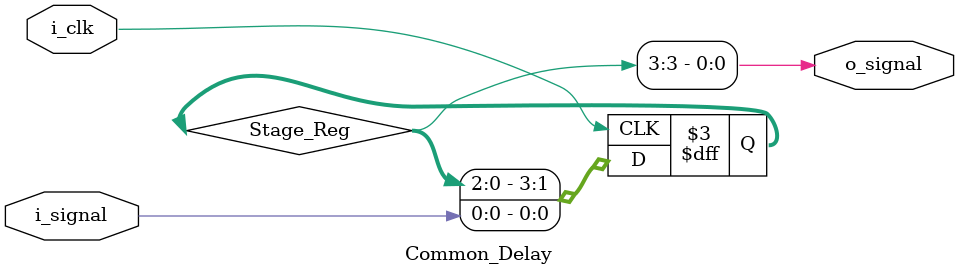
<source format=sv>




module Common_Delay # (
    parameter Pra_Width=1,
    parameter Pra_Delay=4)
    (
    input                       i_clk,
    
    input   [Pra_Width-1 : 0]   i_signal,
    output  [Pra_Width-1 : 0]   o_signal
    );


logic [Pra_Delay*Pra_Width-1:0] Stage_Reg=0;

always @(posedge i_clk)
begin
    Stage_Reg<={Stage_Reg[Pra_Delay*Pra_Width-Pra_Width-1:0],i_signal};
end

assign o_signal=Stage_Reg[Pra_Delay*Pra_Width-1 : Pra_Delay*Pra_Width-Pra_Width];

endmodule

</source>
